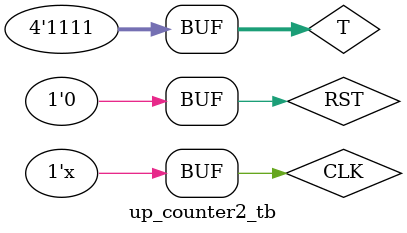
<source format=v>
module t_ff(
    input clk,rst,
    input  t,
    output reg q,
    output qb
);

always@(posedge clk or posedge rst)
begin
    if(rst)
            q<=0;
         else
            begin
                if(t)
                 q<=~q;
                else
                 q<=q;
            end
        
end
assign qb=~q;

endmodule

module up_counter2 (input clk,rst,
input [3:0]t,
output [3:0] q,qb );

t_ff d0(.clk(clk),   .rst(rst), .t(t[0]), .q(q[0]), .qb(qb[0]));
t_ff d1(.clk(qb[0]), .rst(rst), .t(t[1]), .q(q[1]), .qb(qb[1]));
t_ff d2(.clk(qb[1]), .rst(rst), .t(t[2]), .q(q[2]), .qb(qb[2]));
t_ff d3(.clk(qb[2]), .rst(rst), .t(t[3]), .q(q[3]), .qb(qb[3]));


endmodule

module up_counter2_tb;
wire [3:0]Q,QB;
reg [3:0]T;
reg CLK,RST;

up_counter2 dut (.clk(CLK), .rst(RST),
.t(T),
.q(Q), .qb(QB) );

initial begin
     $monitor("%t)\tCOUNT=%B(%D)\t",$time,Q,Q);
    CLK=0;RST=1;T=4'b1111;
    #5RST=0;
end
always #5 CLK=~CLK;
endmodule

</source>
